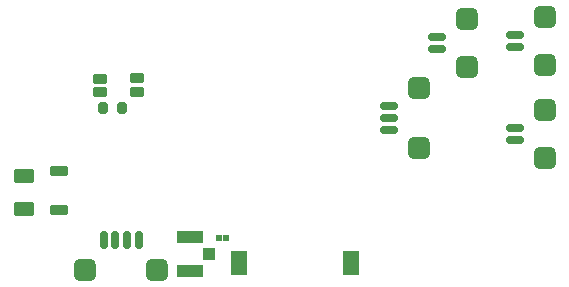
<source format=gbr>
%TF.GenerationSoftware,KiCad,Pcbnew,(6.0.9)*%
%TF.CreationDate,2022-12-23T18:09:19+01:00*%
%TF.ProjectId,Home Automation Coffee Machine PRO,486f6d65-2041-4757-946f-6d6174696f6e,5.3*%
%TF.SameCoordinates,Original*%
%TF.FileFunction,Paste,Bot*%
%TF.FilePolarity,Positive*%
%FSLAX46Y46*%
G04 Gerber Fmt 4.6, Leading zero omitted, Abs format (unit mm)*
G04 Created by KiCad (PCBNEW (6.0.9)) date 2022-12-23 18:09:19*
%MOMM*%
%LPD*%
G01*
G04 APERTURE LIST*
G04 Aperture macros list*
%AMRoundRect*
0 Rectangle with rounded corners*
0 $1 Rounding radius*
0 $2 $3 $4 $5 $6 $7 $8 $9 X,Y pos of 4 corners*
0 Add a 4 corners polygon primitive as box body*
4,1,4,$2,$3,$4,$5,$6,$7,$8,$9,$2,$3,0*
0 Add four circle primitives for the rounded corners*
1,1,$1+$1,$2,$3*
1,1,$1+$1,$4,$5*
1,1,$1+$1,$6,$7*
1,1,$1+$1,$8,$9*
0 Add four rect primitives between the rounded corners*
20,1,$1+$1,$2,$3,$4,$5,0*
20,1,$1+$1,$4,$5,$6,$7,0*
20,1,$1+$1,$6,$7,$8,$9,0*
20,1,$1+$1,$8,$9,$2,$3,0*%
G04 Aperture macros list end*
%ADD10RoundRect,0.150000X0.625000X-0.150000X0.625000X0.150000X-0.625000X0.150000X-0.625000X-0.150000X0*%
%ADD11RoundRect,0.374999X0.525001X-0.525001X0.525001X0.525001X-0.525001X0.525001X-0.525001X-0.525001X0*%
%ADD12R,0.500000X0.500000*%
%ADD13R,2.250000X1.100000*%
%ADD14R,1.100000X1.050000*%
%ADD15R,1.400000X2.100000*%
%ADD16RoundRect,0.200000X-0.600000X0.200000X-0.600000X-0.200000X0.600000X-0.200000X0.600000X0.200000X0*%
%ADD17RoundRect,0.150000X-0.150000X-0.625000X0.150000X-0.625000X0.150000X0.625000X-0.150000X0.625000X0*%
%ADD18RoundRect,0.374999X-0.525001X-0.525001X0.525001X-0.525001X0.525001X0.525001X-0.525001X0.525001X0*%
%ADD19RoundRect,0.200000X0.200000X0.275000X-0.200000X0.275000X-0.200000X-0.275000X0.200000X-0.275000X0*%
%ADD20RoundRect,0.124800X0.475200X0.275200X-0.475200X0.275200X-0.475200X-0.275200X0.475200X-0.275200X0*%
%ADD21RoundRect,0.250000X0.625000X-0.375000X0.625000X0.375000X-0.625000X0.375000X-0.625000X-0.375000X0*%
G04 APERTURE END LIST*
D10*
%TO.C,mx_CONN1*%
X155515000Y-103880000D03*
X155515000Y-102880000D03*
D11*
X158040000Y-105412000D03*
X158040000Y-101348000D03*
%TD*%
D12*
%TO.C,REF\u002A\u002A*%
X131040000Y-120030000D03*
X130415000Y-120035000D03*
%TD*%
D13*
%TO.C,J1*%
X128000000Y-119915000D03*
X128000000Y-122865000D03*
D14*
X129550000Y-121390000D03*
%TD*%
D15*
%TO.C,ANT1*%
X132150500Y-122200000D03*
X141650500Y-122200000D03*
%TD*%
D10*
%TO.C,ExtPW1*%
X155535000Y-111740000D03*
X155535000Y-110740000D03*
D11*
X158060000Y-109208000D03*
X158060000Y-113272000D03*
%TD*%
D16*
%TO.C,RST1*%
X116860000Y-114360000D03*
X116860000Y-117700000D03*
%TD*%
D17*
%TO.C,VL53L0X1*%
X120670000Y-120185000D03*
X121670000Y-120185000D03*
X122670000Y-120185000D03*
X123670000Y-120185000D03*
D18*
X125218000Y-122710000D03*
X119122000Y-122710000D03*
%TD*%
D19*
%TO.C,LR1*%
X122235000Y-109040000D03*
X120585000Y-109040000D03*
%TD*%
D20*
%TO.C,LED1*%
X123520000Y-107650000D03*
X120340000Y-107660000D03*
X123520000Y-106510000D03*
X120330000Y-106540000D03*
%TD*%
D10*
%TO.C,ExtSW1*%
X144865000Y-110860000D03*
X144865000Y-109860000D03*
X144865000Y-108860000D03*
D11*
X147390000Y-112400000D03*
X147390000Y-107320000D03*
%TD*%
D10*
%TO.C,WaterLevel1*%
X148935000Y-104030000D03*
X148935000Y-103030000D03*
D11*
X151460000Y-101498000D03*
X151460000Y-105562000D03*
%TD*%
D21*
%TO.C,Fuse1*%
X113920000Y-117610000D03*
X113920000Y-114810000D03*
%TD*%
M02*

</source>
